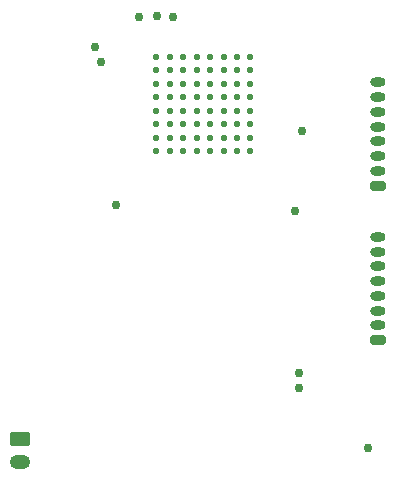
<source format=gbr>
%TF.GenerationSoftware,KiCad,Pcbnew,7.0.9*%
%TF.CreationDate,2024-02-01T14:48:51-08:00*%
%TF.ProjectId,sulu_ads1299,73756c75-5f61-4647-9331-3239392e6b69,rev?*%
%TF.SameCoordinates,Original*%
%TF.FileFunction,Soldermask,Bot*%
%TF.FilePolarity,Negative*%
%FSLAX46Y46*%
G04 Gerber Fmt 4.6, Leading zero omitted, Abs format (unit mm)*
G04 Created by KiCad (PCBNEW 7.0.9) date 2024-02-01 14:48:51*
%MOMM*%
%LPD*%
G01*
G04 APERTURE LIST*
G04 Aperture macros list*
%AMRoundRect*
0 Rectangle with rounded corners*
0 $1 Rounding radius*
0 $2 $3 $4 $5 $6 $7 $8 $9 X,Y pos of 4 corners*
0 Add a 4 corners polygon primitive as box body*
4,1,4,$2,$3,$4,$5,$6,$7,$8,$9,$2,$3,0*
0 Add four circle primitives for the rounded corners*
1,1,$1+$1,$2,$3*
1,1,$1+$1,$4,$5*
1,1,$1+$1,$6,$7*
1,1,$1+$1,$8,$9*
0 Add four rect primitives between the rounded corners*
20,1,$1+$1,$2,$3,$4,$5,0*
20,1,$1+$1,$4,$5,$6,$7,0*
20,1,$1+$1,$6,$7,$8,$9,0*
20,1,$1+$1,$8,$9,$2,$3,0*%
G04 Aperture macros list end*
%ADD10C,0.762000*%
%ADD11RoundRect,0.250000X-0.625000X0.350000X-0.625000X-0.350000X0.625000X-0.350000X0.625000X0.350000X0*%
%ADD12O,1.750000X1.200000*%
%ADD13RoundRect,0.200000X0.450000X-0.200000X0.450000X0.200000X-0.450000X0.200000X-0.450000X-0.200000X0*%
%ADD14O,1.300000X0.800000*%
%ADD15C,0.568750*%
G04 APERTURE END LIST*
D10*
%TO.C,J11*%
X94996000Y-55880000D03*
%TD*%
%TO.C,J8*%
X94488000Y-54610000D03*
%TD*%
D11*
%TO.C,J2*%
X88087200Y-87782400D03*
D12*
X88087200Y-89782400D03*
%TD*%
D13*
%TO.C,J1*%
X118433000Y-66351000D03*
D14*
X118433000Y-65101000D03*
X118433000Y-63851000D03*
X118433000Y-62601000D03*
X118433000Y-61351000D03*
X118433000Y-60101000D03*
X118433000Y-58851000D03*
X118433000Y-57601000D03*
%TD*%
D10*
%TO.C,TP3*%
X111379000Y-68453000D03*
%TD*%
%TO.C,J20*%
X96266000Y-67945000D03*
%TD*%
D15*
%TO.C,U5*%
X99650750Y-55454750D03*
X99650750Y-56592250D03*
X99650750Y-57729750D03*
X99650750Y-58867250D03*
X99650750Y-60004750D03*
X99650750Y-61142250D03*
X99650750Y-62279750D03*
X99650750Y-63417250D03*
X100788250Y-55454750D03*
X100788250Y-56592250D03*
X100788250Y-57729750D03*
X100788250Y-58867250D03*
X100788250Y-60004750D03*
X100788250Y-61142250D03*
X100788250Y-62279750D03*
X100788250Y-63417250D03*
X101925750Y-55454750D03*
X101925750Y-56592250D03*
X101925750Y-57729750D03*
X101925750Y-58867250D03*
X101925750Y-60004750D03*
X101925750Y-61142250D03*
X101925750Y-62279750D03*
X101925750Y-63417250D03*
X103063250Y-55454750D03*
X103063250Y-56592250D03*
X103063250Y-57729750D03*
X103063250Y-58867250D03*
X103063250Y-60004750D03*
X103063250Y-61142250D03*
X103063250Y-62279750D03*
X103063250Y-63417250D03*
X104200750Y-55454750D03*
X104200750Y-56592250D03*
X104200750Y-57729750D03*
X104200750Y-58867250D03*
X104200750Y-60004750D03*
X104200750Y-61142250D03*
X104200750Y-62279750D03*
X104200750Y-63417250D03*
X105338250Y-55454750D03*
X105338250Y-56592250D03*
X105338250Y-57729750D03*
X105338250Y-58867250D03*
X105338250Y-60004750D03*
X105338250Y-61142250D03*
X105338250Y-62279750D03*
X105338250Y-63417250D03*
X106475750Y-55454750D03*
X106475750Y-56592250D03*
X106475750Y-57729750D03*
X106475750Y-58867250D03*
X106475750Y-60004750D03*
X106475750Y-61142250D03*
X106475750Y-62279750D03*
X106475750Y-63417250D03*
X107613250Y-55454750D03*
X107613250Y-56592250D03*
X107613250Y-57729750D03*
X107613250Y-58867250D03*
X107613250Y-60004750D03*
X107613250Y-61142250D03*
X107613250Y-62279750D03*
X107613250Y-63417250D03*
%TD*%
D10*
%TO.C,J4*%
X98171000Y-52070000D03*
%TD*%
%TO.C,TP2*%
X111760000Y-82169000D03*
%TD*%
%TO.C,J5*%
X99695000Y-51943000D03*
%TD*%
%TO.C,J6*%
X101092000Y-52070000D03*
%TD*%
%TO.C,TP4*%
X117576600Y-88519000D03*
%TD*%
%TO.C,J16*%
X112014000Y-61722000D03*
%TD*%
D13*
%TO.C,J7*%
X118433000Y-79432000D03*
D14*
X118433000Y-78182000D03*
X118433000Y-76932000D03*
X118433000Y-75682000D03*
X118433000Y-74432000D03*
X118433000Y-73182000D03*
X118433000Y-71932000D03*
X118433000Y-70682000D03*
%TD*%
D10*
%TO.C,TP1*%
X111760000Y-83439000D03*
%TD*%
M02*

</source>
